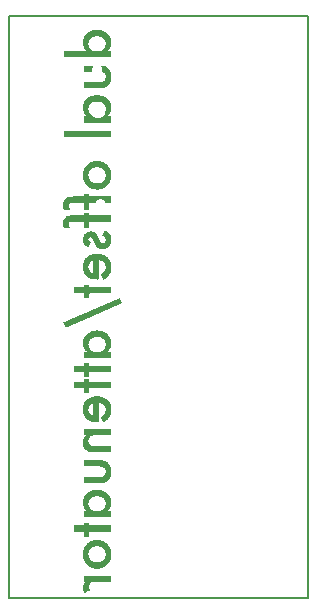
<source format=gbo>
G04 MADE WITH FRITZING*
G04 WWW.FRITZING.ORG*
G04 DOUBLE SIDED*
G04 HOLES PLATED*
G04 CONTOUR ON CENTER OF CONTOUR VECTOR*
%ASAXBY*%
%FSLAX23Y23*%
%MOIN*%
%OFA0B0*%
%SFA1.0B1.0*%
%ADD10R,1.003937X1.948820X0.987937X1.932820*%
%ADD11C,0.008000*%
%ADD12R,0.001000X0.001000*%
%LNSILK0*%
G90*
G70*
G54D11*
X4Y1945D02*
X1000Y1945D01*
X1000Y4D01*
X4Y4D01*
X4Y1945D01*
D02*
G54D12*
X296Y1898D02*
X300Y1898D01*
X287Y1897D02*
X309Y1897D01*
X283Y1896D02*
X314Y1896D01*
X280Y1895D02*
X317Y1895D01*
X278Y1894D02*
X319Y1894D01*
X275Y1893D02*
X322Y1893D01*
X274Y1892D02*
X323Y1892D01*
X272Y1891D02*
X325Y1891D01*
X270Y1890D02*
X327Y1890D01*
X269Y1889D02*
X328Y1889D01*
X268Y1888D02*
X330Y1888D01*
X266Y1887D02*
X331Y1887D01*
X265Y1886D02*
X332Y1886D01*
X264Y1885D02*
X333Y1885D01*
X263Y1884D02*
X334Y1884D01*
X262Y1883D02*
X335Y1883D01*
X261Y1882D02*
X336Y1882D01*
X260Y1881D02*
X337Y1881D01*
X260Y1880D02*
X338Y1880D01*
X259Y1879D02*
X338Y1879D01*
X258Y1878D02*
X339Y1878D01*
X257Y1877D02*
X340Y1877D01*
X257Y1876D02*
X290Y1876D01*
X307Y1876D02*
X340Y1876D01*
X256Y1875D02*
X286Y1875D01*
X311Y1875D02*
X341Y1875D01*
X256Y1874D02*
X284Y1874D01*
X313Y1874D02*
X341Y1874D01*
X255Y1873D02*
X282Y1873D01*
X315Y1873D02*
X342Y1873D01*
X255Y1872D02*
X281Y1872D01*
X317Y1872D02*
X342Y1872D01*
X254Y1871D02*
X279Y1871D01*
X318Y1871D02*
X343Y1871D01*
X254Y1870D02*
X278Y1870D01*
X320Y1870D02*
X343Y1870D01*
X254Y1869D02*
X277Y1869D01*
X321Y1869D02*
X343Y1869D01*
X253Y1868D02*
X276Y1868D01*
X322Y1868D02*
X344Y1868D01*
X253Y1867D02*
X275Y1867D01*
X323Y1867D02*
X344Y1867D01*
X253Y1866D02*
X274Y1866D01*
X323Y1866D02*
X344Y1866D01*
X253Y1865D02*
X273Y1865D01*
X324Y1865D02*
X345Y1865D01*
X252Y1864D02*
X273Y1864D01*
X325Y1864D02*
X345Y1864D01*
X252Y1863D02*
X272Y1863D01*
X325Y1863D02*
X345Y1863D01*
X252Y1862D02*
X272Y1862D01*
X326Y1862D02*
X345Y1862D01*
X252Y1861D02*
X271Y1861D01*
X326Y1861D02*
X345Y1861D01*
X252Y1860D02*
X271Y1860D01*
X327Y1860D02*
X345Y1860D01*
X252Y1859D02*
X270Y1859D01*
X327Y1859D02*
X345Y1859D01*
X252Y1858D02*
X270Y1858D01*
X327Y1858D02*
X345Y1858D01*
X252Y1857D02*
X270Y1857D01*
X328Y1857D02*
X346Y1857D01*
X252Y1856D02*
X270Y1856D01*
X328Y1856D02*
X346Y1856D01*
X252Y1855D02*
X270Y1855D01*
X328Y1855D02*
X346Y1855D01*
X252Y1854D02*
X269Y1854D01*
X328Y1854D02*
X346Y1854D01*
X252Y1853D02*
X269Y1853D01*
X328Y1853D02*
X345Y1853D01*
X252Y1852D02*
X269Y1852D01*
X328Y1852D02*
X345Y1852D01*
X252Y1851D02*
X269Y1851D01*
X328Y1851D02*
X345Y1851D01*
X252Y1850D02*
X269Y1850D01*
X328Y1850D02*
X345Y1850D01*
X252Y1849D02*
X269Y1849D01*
X328Y1849D02*
X345Y1849D01*
X252Y1848D02*
X270Y1848D01*
X328Y1848D02*
X345Y1848D01*
X253Y1847D02*
X270Y1847D01*
X328Y1847D02*
X345Y1847D01*
X253Y1846D02*
X270Y1846D01*
X327Y1846D02*
X344Y1846D01*
X253Y1845D02*
X270Y1845D01*
X327Y1845D02*
X344Y1845D01*
X253Y1844D02*
X270Y1844D01*
X327Y1844D02*
X344Y1844D01*
X254Y1843D02*
X271Y1843D01*
X327Y1843D02*
X343Y1843D01*
X254Y1842D02*
X271Y1842D01*
X326Y1842D02*
X343Y1842D01*
X255Y1841D02*
X272Y1841D01*
X326Y1841D02*
X343Y1841D01*
X255Y1840D02*
X272Y1840D01*
X325Y1840D02*
X342Y1840D01*
X256Y1839D02*
X273Y1839D01*
X325Y1839D02*
X342Y1839D01*
X256Y1838D02*
X273Y1838D01*
X324Y1838D02*
X341Y1838D01*
X257Y1837D02*
X274Y1837D01*
X323Y1837D02*
X341Y1837D01*
X257Y1836D02*
X275Y1836D01*
X323Y1836D02*
X340Y1836D01*
X258Y1835D02*
X276Y1835D01*
X322Y1835D02*
X340Y1835D01*
X259Y1834D02*
X277Y1834D01*
X321Y1834D02*
X339Y1834D01*
X260Y1833D02*
X278Y1833D01*
X320Y1833D02*
X338Y1833D01*
X260Y1832D02*
X279Y1832D01*
X318Y1832D02*
X337Y1832D01*
X261Y1831D02*
X280Y1831D01*
X317Y1831D02*
X337Y1831D01*
X262Y1830D02*
X282Y1830D01*
X315Y1830D02*
X336Y1830D01*
X263Y1829D02*
X284Y1829D01*
X313Y1829D02*
X335Y1829D01*
X264Y1828D02*
X287Y1828D01*
X311Y1828D02*
X334Y1828D01*
X188Y1827D02*
X290Y1827D01*
X307Y1827D02*
X343Y1827D01*
X188Y1826D02*
X343Y1826D01*
X188Y1825D02*
X343Y1825D01*
X188Y1824D02*
X343Y1824D01*
X188Y1823D02*
X343Y1823D01*
X188Y1822D02*
X343Y1822D01*
X188Y1821D02*
X343Y1821D01*
X188Y1820D02*
X343Y1820D01*
X188Y1819D02*
X343Y1819D01*
X188Y1818D02*
X343Y1818D01*
X188Y1817D02*
X343Y1817D01*
X188Y1816D02*
X343Y1816D01*
X188Y1815D02*
X343Y1815D01*
X188Y1814D02*
X343Y1814D01*
X188Y1813D02*
X343Y1813D01*
X188Y1812D02*
X343Y1812D01*
X188Y1811D02*
X343Y1811D01*
X188Y1810D02*
X343Y1810D01*
X188Y1809D02*
X343Y1809D01*
X188Y1808D02*
X343Y1808D01*
X188Y1807D02*
X343Y1807D01*
X254Y1779D02*
X288Y1779D01*
X308Y1779D02*
X318Y1779D01*
X254Y1778D02*
X287Y1778D01*
X310Y1778D02*
X322Y1778D01*
X254Y1777D02*
X286Y1777D01*
X311Y1777D02*
X325Y1777D01*
X254Y1776D02*
X285Y1776D01*
X312Y1776D02*
X327Y1776D01*
X254Y1775D02*
X284Y1775D01*
X312Y1775D02*
X328Y1775D01*
X254Y1774D02*
X284Y1774D01*
X313Y1774D02*
X330Y1774D01*
X254Y1773D02*
X283Y1773D01*
X314Y1773D02*
X331Y1773D01*
X254Y1772D02*
X282Y1772D01*
X314Y1772D02*
X333Y1772D01*
X254Y1771D02*
X282Y1771D01*
X314Y1771D02*
X334Y1771D01*
X254Y1770D02*
X282Y1770D01*
X315Y1770D02*
X335Y1770D01*
X254Y1769D02*
X281Y1769D01*
X315Y1769D02*
X336Y1769D01*
X254Y1768D02*
X281Y1768D01*
X315Y1768D02*
X337Y1768D01*
X254Y1767D02*
X281Y1767D01*
X315Y1767D02*
X337Y1767D01*
X254Y1766D02*
X281Y1766D01*
X315Y1766D02*
X338Y1766D01*
X254Y1765D02*
X281Y1765D01*
X315Y1765D02*
X339Y1765D01*
X254Y1764D02*
X281Y1764D01*
X315Y1764D02*
X340Y1764D01*
X254Y1763D02*
X281Y1763D01*
X315Y1763D02*
X340Y1763D01*
X254Y1762D02*
X281Y1762D01*
X315Y1762D02*
X341Y1762D01*
X254Y1761D02*
X282Y1761D01*
X315Y1761D02*
X341Y1761D01*
X254Y1760D02*
X282Y1760D01*
X314Y1760D02*
X342Y1760D01*
X314Y1759D02*
X342Y1759D01*
X316Y1758D02*
X343Y1758D01*
X318Y1757D02*
X343Y1757D01*
X320Y1756D02*
X343Y1756D01*
X322Y1755D02*
X344Y1755D01*
X323Y1754D02*
X344Y1754D01*
X324Y1753D02*
X344Y1753D01*
X325Y1752D02*
X344Y1752D01*
X326Y1751D02*
X345Y1751D01*
X326Y1750D02*
X345Y1750D01*
X327Y1749D02*
X345Y1749D01*
X327Y1748D02*
X345Y1748D01*
X327Y1747D02*
X345Y1747D01*
X328Y1746D02*
X345Y1746D01*
X328Y1745D02*
X345Y1745D01*
X328Y1744D02*
X346Y1744D01*
X328Y1743D02*
X346Y1743D01*
X328Y1742D02*
X346Y1742D01*
X328Y1741D02*
X346Y1741D01*
X328Y1740D02*
X346Y1740D01*
X328Y1739D02*
X346Y1739D01*
X328Y1738D02*
X345Y1738D01*
X328Y1737D02*
X345Y1737D01*
X327Y1736D02*
X345Y1736D01*
X327Y1735D02*
X345Y1735D01*
X327Y1734D02*
X345Y1734D01*
X326Y1733D02*
X345Y1733D01*
X326Y1732D02*
X345Y1732D01*
X325Y1731D02*
X344Y1731D01*
X324Y1730D02*
X344Y1730D01*
X323Y1729D02*
X344Y1729D01*
X322Y1728D02*
X344Y1728D01*
X320Y1727D02*
X343Y1727D01*
X318Y1726D02*
X343Y1726D01*
X316Y1725D02*
X343Y1725D01*
X308Y1724D02*
X342Y1724D01*
X254Y1723D02*
X342Y1723D01*
X254Y1722D02*
X341Y1722D01*
X254Y1721D02*
X341Y1721D01*
X254Y1720D02*
X340Y1720D01*
X254Y1719D02*
X340Y1719D01*
X254Y1718D02*
X339Y1718D01*
X254Y1717D02*
X338Y1717D01*
X254Y1716D02*
X337Y1716D01*
X254Y1715D02*
X337Y1715D01*
X254Y1714D02*
X336Y1714D01*
X254Y1713D02*
X335Y1713D01*
X254Y1712D02*
X334Y1712D01*
X254Y1711D02*
X333Y1711D01*
X254Y1710D02*
X331Y1710D01*
X254Y1709D02*
X330Y1709D01*
X254Y1708D02*
X328Y1708D01*
X254Y1707D02*
X327Y1707D01*
X254Y1706D02*
X324Y1706D01*
X254Y1705D02*
X321Y1705D01*
X254Y1704D02*
X317Y1704D01*
X297Y1681D02*
X299Y1681D01*
X288Y1680D02*
X309Y1680D01*
X283Y1679D02*
X313Y1679D01*
X280Y1678D02*
X317Y1678D01*
X278Y1677D02*
X319Y1677D01*
X275Y1676D02*
X321Y1676D01*
X274Y1675D02*
X323Y1675D01*
X272Y1674D02*
X325Y1674D01*
X270Y1673D02*
X327Y1673D01*
X269Y1672D02*
X328Y1672D01*
X268Y1671D02*
X330Y1671D01*
X266Y1670D02*
X331Y1670D01*
X265Y1669D02*
X332Y1669D01*
X264Y1668D02*
X333Y1668D01*
X263Y1667D02*
X334Y1667D01*
X262Y1666D02*
X335Y1666D01*
X261Y1665D02*
X336Y1665D01*
X260Y1664D02*
X337Y1664D01*
X260Y1663D02*
X338Y1663D01*
X259Y1662D02*
X338Y1662D01*
X258Y1661D02*
X339Y1661D01*
X257Y1660D02*
X340Y1660D01*
X257Y1659D02*
X290Y1659D01*
X307Y1659D02*
X340Y1659D01*
X256Y1658D02*
X287Y1658D01*
X311Y1658D02*
X341Y1658D01*
X256Y1657D02*
X284Y1657D01*
X313Y1657D02*
X341Y1657D01*
X255Y1656D02*
X282Y1656D01*
X315Y1656D02*
X342Y1656D01*
X255Y1655D02*
X281Y1655D01*
X317Y1655D02*
X342Y1655D01*
X254Y1654D02*
X279Y1654D01*
X318Y1654D02*
X343Y1654D01*
X254Y1653D02*
X278Y1653D01*
X320Y1653D02*
X343Y1653D01*
X254Y1652D02*
X277Y1652D01*
X321Y1652D02*
X343Y1652D01*
X253Y1651D02*
X276Y1651D01*
X322Y1651D02*
X344Y1651D01*
X253Y1650D02*
X275Y1650D01*
X323Y1650D02*
X344Y1650D01*
X253Y1649D02*
X274Y1649D01*
X323Y1649D02*
X344Y1649D01*
X253Y1648D02*
X273Y1648D01*
X324Y1648D02*
X345Y1648D01*
X252Y1647D02*
X273Y1647D01*
X325Y1647D02*
X345Y1647D01*
X252Y1646D02*
X272Y1646D01*
X325Y1646D02*
X345Y1646D01*
X252Y1645D02*
X272Y1645D01*
X326Y1645D02*
X345Y1645D01*
X252Y1644D02*
X271Y1644D01*
X326Y1644D02*
X345Y1644D01*
X252Y1643D02*
X271Y1643D01*
X327Y1643D02*
X345Y1643D01*
X252Y1642D02*
X270Y1642D01*
X327Y1642D02*
X345Y1642D01*
X252Y1641D02*
X270Y1641D01*
X327Y1641D02*
X345Y1641D01*
X252Y1640D02*
X270Y1640D01*
X328Y1640D02*
X346Y1640D01*
X252Y1639D02*
X270Y1639D01*
X328Y1639D02*
X346Y1639D01*
X252Y1638D02*
X270Y1638D01*
X328Y1638D02*
X346Y1638D01*
X252Y1637D02*
X269Y1637D01*
X328Y1637D02*
X346Y1637D01*
X252Y1636D02*
X269Y1636D01*
X328Y1636D02*
X346Y1636D01*
X252Y1635D02*
X269Y1635D01*
X328Y1635D02*
X345Y1635D01*
X252Y1634D02*
X269Y1634D01*
X328Y1634D02*
X345Y1634D01*
X252Y1633D02*
X269Y1633D01*
X328Y1633D02*
X345Y1633D01*
X252Y1632D02*
X269Y1632D01*
X328Y1632D02*
X345Y1632D01*
X252Y1631D02*
X270Y1631D01*
X328Y1631D02*
X345Y1631D01*
X253Y1630D02*
X270Y1630D01*
X328Y1630D02*
X345Y1630D01*
X253Y1629D02*
X270Y1629D01*
X327Y1629D02*
X344Y1629D01*
X253Y1628D02*
X270Y1628D01*
X327Y1628D02*
X344Y1628D01*
X253Y1627D02*
X270Y1627D01*
X327Y1627D02*
X344Y1627D01*
X254Y1626D02*
X271Y1626D01*
X327Y1626D02*
X343Y1626D01*
X254Y1625D02*
X271Y1625D01*
X327Y1625D02*
X343Y1625D01*
X255Y1624D02*
X272Y1624D01*
X327Y1624D02*
X343Y1624D01*
X255Y1623D02*
X272Y1623D01*
X327Y1623D02*
X342Y1623D01*
X256Y1622D02*
X273Y1622D01*
X327Y1622D02*
X342Y1622D01*
X256Y1621D02*
X273Y1621D01*
X326Y1621D02*
X341Y1621D01*
X257Y1620D02*
X274Y1620D01*
X326Y1620D02*
X341Y1620D01*
X257Y1619D02*
X275Y1619D01*
X326Y1619D02*
X340Y1619D01*
X258Y1618D02*
X276Y1618D01*
X325Y1618D02*
X339Y1618D01*
X259Y1617D02*
X277Y1617D01*
X325Y1617D02*
X339Y1617D01*
X260Y1616D02*
X278Y1616D01*
X324Y1616D02*
X338Y1616D01*
X260Y1615D02*
X279Y1615D01*
X324Y1615D02*
X337Y1615D01*
X261Y1614D02*
X280Y1614D01*
X323Y1614D02*
X337Y1614D01*
X262Y1613D02*
X282Y1613D01*
X322Y1613D02*
X336Y1613D01*
X263Y1612D02*
X283Y1612D01*
X321Y1612D02*
X335Y1612D01*
X264Y1611D02*
X284Y1611D01*
X321Y1611D02*
X334Y1611D01*
X254Y1610D02*
X285Y1610D01*
X320Y1610D02*
X343Y1610D01*
X254Y1609D02*
X286Y1609D01*
X318Y1609D02*
X343Y1609D01*
X254Y1608D02*
X288Y1608D01*
X317Y1608D02*
X343Y1608D01*
X254Y1607D02*
X289Y1607D01*
X315Y1607D02*
X343Y1607D01*
X254Y1606D02*
X291Y1606D01*
X313Y1606D02*
X343Y1606D01*
X254Y1605D02*
X294Y1605D01*
X311Y1605D02*
X343Y1605D01*
X254Y1604D02*
X297Y1604D01*
X308Y1604D02*
X343Y1604D01*
X254Y1603D02*
X343Y1603D01*
X254Y1602D02*
X343Y1602D01*
X254Y1601D02*
X343Y1601D01*
X254Y1600D02*
X343Y1600D01*
X254Y1599D02*
X343Y1599D01*
X254Y1598D02*
X343Y1598D01*
X254Y1597D02*
X343Y1597D01*
X254Y1596D02*
X343Y1596D01*
X254Y1595D02*
X343Y1595D01*
X254Y1594D02*
X343Y1594D01*
X254Y1593D02*
X343Y1593D01*
X254Y1592D02*
X343Y1592D01*
X254Y1591D02*
X343Y1591D01*
X254Y1590D02*
X343Y1590D01*
X188Y1562D02*
X343Y1562D01*
X188Y1561D02*
X343Y1561D01*
X188Y1560D02*
X343Y1560D01*
X188Y1559D02*
X343Y1559D01*
X188Y1558D02*
X343Y1558D01*
X188Y1557D02*
X343Y1557D01*
X188Y1556D02*
X343Y1556D01*
X188Y1555D02*
X343Y1555D01*
X188Y1554D02*
X343Y1554D01*
X188Y1553D02*
X343Y1553D01*
X188Y1552D02*
X343Y1552D01*
X188Y1551D02*
X343Y1551D01*
X188Y1550D02*
X343Y1550D01*
X188Y1549D02*
X343Y1549D01*
X188Y1548D02*
X343Y1548D01*
X188Y1547D02*
X343Y1547D01*
X188Y1546D02*
X343Y1546D01*
X188Y1545D02*
X343Y1545D01*
X188Y1544D02*
X343Y1544D01*
X188Y1543D02*
X343Y1543D01*
X290Y1461D02*
X307Y1461D01*
X285Y1460D02*
X311Y1460D01*
X282Y1459D02*
X314Y1459D01*
X280Y1458D02*
X317Y1458D01*
X278Y1457D02*
X319Y1457D01*
X276Y1456D02*
X321Y1456D01*
X274Y1455D02*
X323Y1455D01*
X273Y1454D02*
X325Y1454D01*
X271Y1453D02*
X326Y1453D01*
X270Y1452D02*
X327Y1452D01*
X269Y1451D02*
X329Y1451D01*
X268Y1450D02*
X330Y1450D01*
X266Y1449D02*
X331Y1449D01*
X265Y1448D02*
X332Y1448D01*
X264Y1447D02*
X333Y1447D01*
X264Y1446D02*
X334Y1446D01*
X263Y1445D02*
X335Y1445D01*
X262Y1444D02*
X335Y1444D01*
X261Y1443D02*
X336Y1443D01*
X260Y1442D02*
X337Y1442D01*
X260Y1441D02*
X338Y1441D01*
X259Y1440D02*
X291Y1440D01*
X306Y1440D02*
X338Y1440D01*
X258Y1439D02*
X287Y1439D01*
X310Y1439D02*
X339Y1439D01*
X258Y1438D02*
X285Y1438D01*
X313Y1438D02*
X340Y1438D01*
X257Y1437D02*
X283Y1437D01*
X315Y1437D02*
X340Y1437D01*
X257Y1436D02*
X281Y1436D01*
X317Y1436D02*
X341Y1436D01*
X256Y1435D02*
X279Y1435D01*
X318Y1435D02*
X341Y1435D01*
X256Y1434D02*
X278Y1434D01*
X319Y1434D02*
X342Y1434D01*
X255Y1433D02*
X277Y1433D01*
X320Y1433D02*
X342Y1433D01*
X255Y1432D02*
X276Y1432D01*
X321Y1432D02*
X342Y1432D01*
X254Y1431D02*
X275Y1431D01*
X322Y1431D02*
X343Y1431D01*
X254Y1430D02*
X274Y1430D01*
X323Y1430D02*
X343Y1430D01*
X254Y1429D02*
X274Y1429D01*
X324Y1429D02*
X343Y1429D01*
X253Y1428D02*
X273Y1428D01*
X324Y1428D02*
X344Y1428D01*
X253Y1427D02*
X272Y1427D01*
X325Y1427D02*
X344Y1427D01*
X253Y1426D02*
X272Y1426D01*
X325Y1426D02*
X344Y1426D01*
X253Y1425D02*
X271Y1425D01*
X326Y1425D02*
X344Y1425D01*
X253Y1424D02*
X271Y1424D01*
X326Y1424D02*
X345Y1424D01*
X252Y1423D02*
X271Y1423D01*
X327Y1423D02*
X345Y1423D01*
X252Y1422D02*
X270Y1422D01*
X327Y1422D02*
X345Y1422D01*
X252Y1421D02*
X270Y1421D01*
X327Y1421D02*
X345Y1421D01*
X252Y1420D02*
X270Y1420D01*
X327Y1420D02*
X345Y1420D01*
X252Y1419D02*
X270Y1419D01*
X328Y1419D02*
X345Y1419D01*
X252Y1418D02*
X270Y1418D01*
X328Y1418D02*
X345Y1418D01*
X252Y1417D02*
X269Y1417D01*
X328Y1417D02*
X345Y1417D01*
X252Y1416D02*
X269Y1416D01*
X328Y1416D02*
X346Y1416D01*
X252Y1415D02*
X269Y1415D01*
X328Y1415D02*
X346Y1415D01*
X252Y1414D02*
X269Y1414D01*
X328Y1414D02*
X346Y1414D01*
X252Y1413D02*
X269Y1413D01*
X328Y1413D02*
X346Y1413D01*
X252Y1412D02*
X269Y1412D01*
X328Y1412D02*
X346Y1412D01*
X252Y1411D02*
X269Y1411D01*
X328Y1411D02*
X345Y1411D01*
X252Y1410D02*
X270Y1410D01*
X328Y1410D02*
X345Y1410D01*
X252Y1409D02*
X270Y1409D01*
X328Y1409D02*
X345Y1409D01*
X252Y1408D02*
X270Y1408D01*
X328Y1408D02*
X345Y1408D01*
X252Y1407D02*
X270Y1407D01*
X327Y1407D02*
X345Y1407D01*
X252Y1406D02*
X270Y1406D01*
X327Y1406D02*
X345Y1406D01*
X252Y1405D02*
X271Y1405D01*
X327Y1405D02*
X345Y1405D01*
X252Y1404D02*
X271Y1404D01*
X326Y1404D02*
X345Y1404D01*
X253Y1403D02*
X271Y1403D01*
X326Y1403D02*
X344Y1403D01*
X253Y1402D02*
X272Y1402D01*
X326Y1402D02*
X344Y1402D01*
X253Y1401D02*
X272Y1401D01*
X325Y1401D02*
X344Y1401D01*
X253Y1400D02*
X273Y1400D01*
X325Y1400D02*
X344Y1400D01*
X254Y1399D02*
X273Y1399D01*
X324Y1399D02*
X343Y1399D01*
X254Y1398D02*
X274Y1398D01*
X323Y1398D02*
X343Y1398D01*
X254Y1397D02*
X275Y1397D01*
X323Y1397D02*
X343Y1397D01*
X255Y1396D02*
X276Y1396D01*
X322Y1396D02*
X342Y1396D01*
X255Y1395D02*
X277Y1395D01*
X321Y1395D02*
X342Y1395D01*
X256Y1394D02*
X278Y1394D01*
X320Y1394D02*
X342Y1394D01*
X256Y1393D02*
X279Y1393D01*
X319Y1393D02*
X341Y1393D01*
X256Y1392D02*
X280Y1392D01*
X317Y1392D02*
X341Y1392D01*
X257Y1391D02*
X282Y1391D01*
X316Y1391D02*
X340Y1391D01*
X258Y1390D02*
X284Y1390D01*
X314Y1390D02*
X340Y1390D01*
X258Y1389D02*
X286Y1389D01*
X311Y1389D02*
X339Y1389D01*
X259Y1388D02*
X289Y1388D01*
X308Y1388D02*
X338Y1388D01*
X259Y1387D02*
X338Y1387D01*
X260Y1386D02*
X337Y1386D01*
X261Y1385D02*
X336Y1385D01*
X261Y1384D02*
X336Y1384D01*
X262Y1383D02*
X335Y1383D01*
X263Y1382D02*
X334Y1382D01*
X264Y1381D02*
X333Y1381D01*
X265Y1380D02*
X332Y1380D01*
X266Y1379D02*
X331Y1379D01*
X267Y1378D02*
X330Y1378D01*
X268Y1377D02*
X329Y1377D01*
X269Y1376D02*
X328Y1376D01*
X271Y1375D02*
X327Y1375D01*
X272Y1374D02*
X325Y1374D01*
X273Y1373D02*
X324Y1373D01*
X275Y1372D02*
X322Y1372D01*
X277Y1371D02*
X320Y1371D01*
X279Y1370D02*
X318Y1370D01*
X281Y1369D02*
X316Y1369D01*
X284Y1368D02*
X313Y1368D01*
X288Y1367D02*
X309Y1367D01*
X294Y1366D02*
X303Y1366D01*
X254Y1350D02*
X272Y1350D01*
X254Y1349D02*
X272Y1349D01*
X254Y1348D02*
X272Y1348D01*
X254Y1347D02*
X272Y1347D01*
X254Y1346D02*
X272Y1346D01*
X254Y1345D02*
X272Y1345D01*
X254Y1344D02*
X272Y1344D01*
X220Y1343D02*
X343Y1343D01*
X207Y1342D02*
X343Y1342D01*
X203Y1341D02*
X343Y1341D01*
X200Y1340D02*
X343Y1340D01*
X198Y1339D02*
X343Y1339D01*
X197Y1338D02*
X343Y1338D01*
X195Y1337D02*
X343Y1337D01*
X194Y1336D02*
X343Y1336D01*
X193Y1335D02*
X343Y1335D01*
X192Y1334D02*
X343Y1334D01*
X191Y1333D02*
X306Y1333D01*
X314Y1333D02*
X343Y1333D01*
X191Y1332D02*
X303Y1332D01*
X317Y1332D02*
X343Y1332D01*
X190Y1331D02*
X301Y1331D01*
X319Y1331D02*
X343Y1331D01*
X189Y1330D02*
X299Y1330D01*
X321Y1330D02*
X343Y1330D01*
X189Y1329D02*
X298Y1329D01*
X322Y1329D02*
X343Y1329D01*
X188Y1328D02*
X297Y1328D01*
X323Y1328D02*
X343Y1328D01*
X188Y1327D02*
X296Y1327D01*
X324Y1327D02*
X343Y1327D01*
X188Y1326D02*
X296Y1326D01*
X324Y1326D02*
X343Y1326D01*
X187Y1325D02*
X295Y1325D01*
X325Y1325D02*
X343Y1325D01*
X187Y1324D02*
X295Y1324D01*
X326Y1324D02*
X343Y1324D01*
X187Y1323D02*
X294Y1323D01*
X326Y1323D02*
X343Y1323D01*
X186Y1322D02*
X218Y1322D01*
X254Y1322D02*
X273Y1322D01*
X186Y1321D02*
X211Y1321D01*
X254Y1321D02*
X272Y1321D01*
X186Y1320D02*
X208Y1320D01*
X254Y1320D02*
X272Y1320D01*
X186Y1319D02*
X207Y1319D01*
X254Y1319D02*
X272Y1319D01*
X186Y1318D02*
X206Y1318D01*
X254Y1318D02*
X272Y1318D01*
X186Y1317D02*
X205Y1317D01*
X254Y1317D02*
X272Y1317D01*
X186Y1316D02*
X205Y1316D01*
X254Y1316D02*
X272Y1316D01*
X186Y1315D02*
X205Y1315D01*
X254Y1315D02*
X272Y1315D01*
X186Y1314D02*
X205Y1314D01*
X254Y1314D02*
X272Y1314D01*
X186Y1313D02*
X204Y1313D01*
X254Y1313D02*
X272Y1313D01*
X186Y1312D02*
X204Y1312D01*
X254Y1312D02*
X272Y1312D01*
X186Y1311D02*
X205Y1311D01*
X254Y1311D02*
X272Y1311D01*
X186Y1310D02*
X205Y1310D01*
X254Y1310D02*
X272Y1310D01*
X186Y1309D02*
X205Y1309D01*
X254Y1309D02*
X272Y1309D01*
X186Y1308D02*
X205Y1308D01*
X254Y1308D02*
X272Y1308D01*
X186Y1307D02*
X206Y1307D01*
X254Y1307D02*
X272Y1307D01*
X187Y1306D02*
X206Y1306D01*
X254Y1306D02*
X272Y1306D01*
X187Y1305D02*
X206Y1305D01*
X254Y1305D02*
X272Y1305D01*
X187Y1304D02*
X207Y1304D01*
X254Y1304D02*
X272Y1304D01*
X187Y1303D02*
X207Y1303D01*
X254Y1303D02*
X272Y1303D01*
X188Y1302D02*
X208Y1302D01*
X254Y1302D02*
X272Y1302D01*
X188Y1301D02*
X208Y1301D01*
X254Y1301D02*
X272Y1301D01*
X189Y1300D02*
X209Y1300D01*
X254Y1300D02*
X272Y1300D01*
X254Y1287D02*
X272Y1287D01*
X254Y1286D02*
X272Y1286D01*
X254Y1285D02*
X272Y1285D01*
X254Y1284D02*
X272Y1284D01*
X254Y1283D02*
X272Y1283D01*
X254Y1282D02*
X272Y1282D01*
X254Y1281D02*
X272Y1281D01*
X210Y1280D02*
X343Y1280D01*
X205Y1279D02*
X343Y1279D01*
X201Y1278D02*
X343Y1278D01*
X199Y1277D02*
X343Y1277D01*
X197Y1276D02*
X343Y1276D01*
X196Y1275D02*
X343Y1275D01*
X195Y1274D02*
X343Y1274D01*
X194Y1273D02*
X343Y1273D01*
X193Y1272D02*
X343Y1272D01*
X192Y1271D02*
X343Y1271D01*
X191Y1270D02*
X343Y1270D01*
X190Y1269D02*
X343Y1269D01*
X190Y1268D02*
X343Y1268D01*
X189Y1267D02*
X343Y1267D01*
X189Y1266D02*
X343Y1266D01*
X188Y1265D02*
X343Y1265D01*
X188Y1264D02*
X343Y1264D01*
X187Y1263D02*
X343Y1263D01*
X187Y1262D02*
X343Y1262D01*
X187Y1261D02*
X343Y1261D01*
X186Y1260D02*
X343Y1260D01*
X186Y1259D02*
X213Y1259D01*
X254Y1259D02*
X272Y1259D01*
X186Y1258D02*
X209Y1258D01*
X254Y1258D02*
X272Y1258D01*
X186Y1257D02*
X207Y1257D01*
X254Y1257D02*
X272Y1257D01*
X186Y1256D02*
X206Y1256D01*
X254Y1256D02*
X272Y1256D01*
X186Y1255D02*
X206Y1255D01*
X254Y1255D02*
X272Y1255D01*
X186Y1254D02*
X205Y1254D01*
X254Y1254D02*
X272Y1254D01*
X186Y1253D02*
X205Y1253D01*
X254Y1253D02*
X272Y1253D01*
X186Y1252D02*
X205Y1252D01*
X254Y1252D02*
X272Y1252D01*
X185Y1251D02*
X205Y1251D01*
X254Y1251D02*
X272Y1251D01*
X186Y1250D02*
X204Y1250D01*
X254Y1250D02*
X272Y1250D01*
X186Y1249D02*
X205Y1249D01*
X254Y1249D02*
X272Y1249D01*
X186Y1248D02*
X205Y1248D01*
X254Y1248D02*
X272Y1248D01*
X186Y1247D02*
X205Y1247D01*
X254Y1247D02*
X272Y1247D01*
X186Y1246D02*
X205Y1246D01*
X254Y1246D02*
X272Y1246D01*
X186Y1245D02*
X205Y1245D01*
X254Y1245D02*
X272Y1245D01*
X186Y1244D02*
X206Y1244D01*
X254Y1244D02*
X272Y1244D01*
X187Y1243D02*
X206Y1243D01*
X254Y1243D02*
X272Y1243D01*
X187Y1242D02*
X207Y1242D01*
X254Y1242D02*
X272Y1242D01*
X187Y1241D02*
X207Y1241D01*
X254Y1241D02*
X272Y1241D01*
X188Y1240D02*
X207Y1240D01*
X254Y1240D02*
X272Y1240D01*
X188Y1239D02*
X208Y1239D01*
X254Y1239D02*
X272Y1239D01*
X188Y1238D02*
X208Y1238D01*
X254Y1238D02*
X272Y1238D01*
X189Y1237D02*
X208Y1237D01*
X255Y1237D02*
X272Y1237D01*
X324Y1230D02*
X326Y1230D01*
X324Y1229D02*
X328Y1229D01*
X323Y1228D02*
X329Y1228D01*
X323Y1227D02*
X331Y1227D01*
X274Y1226D02*
X282Y1226D01*
X322Y1226D02*
X332Y1226D01*
X270Y1225D02*
X286Y1225D01*
X322Y1225D02*
X334Y1225D01*
X267Y1224D02*
X288Y1224D01*
X321Y1224D02*
X335Y1224D01*
X265Y1223D02*
X290Y1223D01*
X321Y1223D02*
X336Y1223D01*
X264Y1222D02*
X292Y1222D01*
X320Y1222D02*
X337Y1222D01*
X262Y1221D02*
X293Y1221D01*
X320Y1221D02*
X338Y1221D01*
X261Y1220D02*
X294Y1220D01*
X319Y1220D02*
X339Y1220D01*
X260Y1219D02*
X295Y1219D01*
X319Y1219D02*
X340Y1219D01*
X259Y1218D02*
X295Y1218D01*
X318Y1218D02*
X340Y1218D01*
X258Y1217D02*
X296Y1217D01*
X318Y1217D02*
X341Y1217D01*
X257Y1216D02*
X297Y1216D01*
X318Y1216D02*
X341Y1216D01*
X257Y1215D02*
X298Y1215D01*
X317Y1215D02*
X342Y1215D01*
X256Y1214D02*
X298Y1214D01*
X317Y1214D02*
X343Y1214D01*
X255Y1213D02*
X299Y1213D01*
X317Y1213D02*
X343Y1213D01*
X255Y1212D02*
X299Y1212D01*
X318Y1212D02*
X343Y1212D01*
X254Y1211D02*
X300Y1211D01*
X320Y1211D02*
X344Y1211D01*
X254Y1210D02*
X300Y1210D01*
X322Y1210D02*
X344Y1210D01*
X253Y1209D02*
X301Y1209D01*
X323Y1209D02*
X344Y1209D01*
X253Y1208D02*
X301Y1208D01*
X324Y1208D02*
X345Y1208D01*
X253Y1207D02*
X302Y1207D01*
X325Y1207D02*
X345Y1207D01*
X252Y1206D02*
X273Y1206D01*
X280Y1206D02*
X302Y1206D01*
X326Y1206D02*
X345Y1206D01*
X252Y1205D02*
X271Y1205D01*
X281Y1205D02*
X303Y1205D01*
X326Y1205D02*
X345Y1205D01*
X252Y1204D02*
X271Y1204D01*
X282Y1204D02*
X303Y1204D01*
X327Y1204D02*
X345Y1204D01*
X252Y1203D02*
X270Y1203D01*
X283Y1203D02*
X304Y1203D01*
X327Y1203D02*
X345Y1203D01*
X252Y1202D02*
X270Y1202D01*
X283Y1202D02*
X304Y1202D01*
X328Y1202D02*
X345Y1202D01*
X252Y1201D02*
X269Y1201D01*
X284Y1201D02*
X305Y1201D01*
X328Y1201D02*
X345Y1201D01*
X252Y1200D02*
X269Y1200D01*
X285Y1200D02*
X305Y1200D01*
X328Y1200D02*
X346Y1200D01*
X252Y1199D02*
X269Y1199D01*
X285Y1199D02*
X306Y1199D01*
X328Y1199D02*
X346Y1199D01*
X252Y1198D02*
X269Y1198D01*
X286Y1198D02*
X306Y1198D01*
X328Y1198D02*
X346Y1198D01*
X252Y1197D02*
X270Y1197D01*
X286Y1197D02*
X307Y1197D01*
X328Y1197D02*
X346Y1197D01*
X252Y1196D02*
X270Y1196D01*
X287Y1196D02*
X307Y1196D01*
X328Y1196D02*
X345Y1196D01*
X252Y1195D02*
X271Y1195D01*
X287Y1195D02*
X308Y1195D01*
X328Y1195D02*
X345Y1195D01*
X252Y1194D02*
X272Y1194D01*
X288Y1194D02*
X309Y1194D01*
X327Y1194D02*
X345Y1194D01*
X252Y1193D02*
X273Y1193D01*
X288Y1193D02*
X309Y1193D01*
X327Y1193D02*
X345Y1193D01*
X252Y1192D02*
X274Y1192D01*
X288Y1192D02*
X310Y1192D01*
X327Y1192D02*
X345Y1192D01*
X252Y1191D02*
X276Y1191D01*
X289Y1191D02*
X311Y1191D01*
X326Y1191D02*
X345Y1191D01*
X253Y1190D02*
X277Y1190D01*
X289Y1190D02*
X312Y1190D01*
X325Y1190D02*
X345Y1190D01*
X253Y1189D02*
X277Y1189D01*
X290Y1189D02*
X314Y1189D01*
X323Y1189D02*
X344Y1189D01*
X254Y1188D02*
X277Y1188D01*
X290Y1188D02*
X344Y1188D01*
X254Y1187D02*
X276Y1187D01*
X291Y1187D02*
X344Y1187D01*
X254Y1186D02*
X275Y1186D01*
X291Y1186D02*
X343Y1186D01*
X255Y1185D02*
X275Y1185D01*
X292Y1185D02*
X343Y1185D01*
X256Y1184D02*
X274Y1184D01*
X292Y1184D02*
X342Y1184D01*
X256Y1183D02*
X274Y1183D01*
X293Y1183D02*
X342Y1183D01*
X257Y1182D02*
X273Y1182D01*
X293Y1182D02*
X341Y1182D01*
X258Y1181D02*
X273Y1181D01*
X294Y1181D02*
X341Y1181D01*
X259Y1180D02*
X272Y1180D01*
X295Y1180D02*
X340Y1180D01*
X260Y1179D02*
X272Y1179D01*
X295Y1179D02*
X339Y1179D01*
X261Y1178D02*
X271Y1178D01*
X296Y1178D02*
X339Y1178D01*
X262Y1177D02*
X271Y1177D01*
X297Y1177D02*
X338Y1177D01*
X264Y1176D02*
X270Y1176D01*
X297Y1176D02*
X337Y1176D01*
X265Y1175D02*
X270Y1175D01*
X298Y1175D02*
X336Y1175D01*
X267Y1174D02*
X269Y1174D01*
X299Y1174D02*
X335Y1174D01*
X300Y1173D02*
X334Y1173D01*
X301Y1172D02*
X332Y1172D01*
X302Y1171D02*
X331Y1171D01*
X304Y1170D02*
X329Y1170D01*
X306Y1169D02*
X327Y1169D01*
X308Y1168D02*
X324Y1168D01*
X314Y1167D02*
X319Y1167D01*
X293Y1152D02*
X304Y1152D01*
X286Y1151D02*
X311Y1151D01*
X282Y1150D02*
X315Y1150D01*
X279Y1149D02*
X318Y1149D01*
X276Y1148D02*
X321Y1148D01*
X274Y1147D02*
X323Y1147D01*
X272Y1146D02*
X325Y1146D01*
X271Y1145D02*
X326Y1145D01*
X269Y1144D02*
X328Y1144D01*
X268Y1143D02*
X329Y1143D01*
X266Y1142D02*
X330Y1142D01*
X265Y1141D02*
X332Y1141D01*
X264Y1140D02*
X333Y1140D01*
X263Y1139D02*
X334Y1139D01*
X262Y1138D02*
X335Y1138D01*
X261Y1137D02*
X336Y1137D01*
X260Y1136D02*
X336Y1136D01*
X260Y1135D02*
X337Y1135D01*
X259Y1134D02*
X338Y1134D01*
X258Y1133D02*
X339Y1133D01*
X258Y1132D02*
X339Y1132D01*
X257Y1131D02*
X340Y1131D01*
X256Y1130D02*
X303Y1130D01*
X308Y1130D02*
X340Y1130D01*
X256Y1129D02*
X285Y1129D01*
X287Y1129D02*
X303Y1129D01*
X312Y1129D02*
X341Y1129D01*
X255Y1128D02*
X282Y1128D01*
X287Y1128D02*
X303Y1128D01*
X315Y1128D02*
X341Y1128D01*
X255Y1127D02*
X280Y1127D01*
X287Y1127D02*
X303Y1127D01*
X316Y1127D02*
X342Y1127D01*
X255Y1126D02*
X279Y1126D01*
X287Y1126D02*
X303Y1126D01*
X318Y1126D02*
X342Y1126D01*
X254Y1125D02*
X277Y1125D01*
X287Y1125D02*
X303Y1125D01*
X320Y1125D02*
X343Y1125D01*
X254Y1124D02*
X276Y1124D01*
X287Y1124D02*
X303Y1124D01*
X321Y1124D02*
X343Y1124D01*
X254Y1123D02*
X275Y1123D01*
X287Y1123D02*
X303Y1123D01*
X322Y1123D02*
X343Y1123D01*
X253Y1122D02*
X274Y1122D01*
X287Y1122D02*
X303Y1122D01*
X323Y1122D02*
X344Y1122D01*
X253Y1121D02*
X273Y1121D01*
X287Y1121D02*
X303Y1121D01*
X324Y1121D02*
X344Y1121D01*
X253Y1120D02*
X273Y1120D01*
X287Y1120D02*
X303Y1120D01*
X324Y1120D02*
X344Y1120D01*
X253Y1119D02*
X272Y1119D01*
X287Y1119D02*
X303Y1119D01*
X325Y1119D02*
X344Y1119D01*
X252Y1118D02*
X272Y1118D01*
X287Y1118D02*
X303Y1118D01*
X325Y1118D02*
X345Y1118D01*
X252Y1117D02*
X271Y1117D01*
X287Y1117D02*
X303Y1117D01*
X326Y1117D02*
X345Y1117D01*
X252Y1116D02*
X271Y1116D01*
X287Y1116D02*
X303Y1116D01*
X326Y1116D02*
X345Y1116D01*
X252Y1115D02*
X270Y1115D01*
X287Y1115D02*
X303Y1115D01*
X327Y1115D02*
X345Y1115D01*
X252Y1114D02*
X270Y1114D01*
X287Y1114D02*
X303Y1114D01*
X327Y1114D02*
X345Y1114D01*
X252Y1113D02*
X270Y1113D01*
X287Y1113D02*
X303Y1113D01*
X327Y1113D02*
X345Y1113D01*
X252Y1112D02*
X270Y1112D01*
X287Y1112D02*
X303Y1112D01*
X328Y1112D02*
X345Y1112D01*
X252Y1111D02*
X269Y1111D01*
X287Y1111D02*
X303Y1111D01*
X328Y1111D02*
X345Y1111D01*
X252Y1110D02*
X269Y1110D01*
X287Y1110D02*
X303Y1110D01*
X328Y1110D02*
X345Y1110D01*
X252Y1109D02*
X269Y1109D01*
X287Y1109D02*
X303Y1109D01*
X328Y1109D02*
X346Y1109D01*
X252Y1108D02*
X269Y1108D01*
X287Y1108D02*
X303Y1108D01*
X328Y1108D02*
X346Y1108D01*
X252Y1107D02*
X269Y1107D01*
X287Y1107D02*
X303Y1107D01*
X328Y1107D02*
X346Y1107D01*
X252Y1106D02*
X269Y1106D01*
X287Y1106D02*
X303Y1106D01*
X328Y1106D02*
X346Y1106D01*
X252Y1105D02*
X270Y1105D01*
X287Y1105D02*
X303Y1105D01*
X328Y1105D02*
X345Y1105D01*
X252Y1104D02*
X270Y1104D01*
X287Y1104D02*
X303Y1104D01*
X328Y1104D02*
X345Y1104D01*
X252Y1103D02*
X270Y1103D01*
X287Y1103D02*
X303Y1103D01*
X328Y1103D02*
X345Y1103D01*
X252Y1102D02*
X270Y1102D01*
X287Y1102D02*
X303Y1102D01*
X328Y1102D02*
X345Y1102D01*
X252Y1101D02*
X270Y1101D01*
X287Y1101D02*
X303Y1101D01*
X327Y1101D02*
X345Y1101D01*
X252Y1100D02*
X271Y1100D01*
X287Y1100D02*
X303Y1100D01*
X327Y1100D02*
X345Y1100D01*
X252Y1099D02*
X271Y1099D01*
X287Y1099D02*
X303Y1099D01*
X327Y1099D02*
X345Y1099D01*
X253Y1098D02*
X271Y1098D01*
X287Y1098D02*
X303Y1098D01*
X326Y1098D02*
X345Y1098D01*
X253Y1097D02*
X272Y1097D01*
X287Y1097D02*
X303Y1097D01*
X326Y1097D02*
X345Y1097D01*
X253Y1096D02*
X273Y1096D01*
X287Y1096D02*
X303Y1096D01*
X325Y1096D02*
X344Y1096D01*
X253Y1095D02*
X273Y1095D01*
X287Y1095D02*
X303Y1095D01*
X325Y1095D02*
X344Y1095D01*
X254Y1094D02*
X274Y1094D01*
X287Y1094D02*
X303Y1094D01*
X324Y1094D02*
X344Y1094D01*
X254Y1093D02*
X275Y1093D01*
X287Y1093D02*
X303Y1093D01*
X323Y1093D02*
X344Y1093D01*
X254Y1092D02*
X276Y1092D01*
X287Y1092D02*
X303Y1092D01*
X322Y1092D02*
X343Y1092D01*
X255Y1091D02*
X278Y1091D01*
X287Y1091D02*
X303Y1091D01*
X321Y1091D02*
X343Y1091D01*
X255Y1090D02*
X279Y1090D01*
X287Y1090D02*
X303Y1090D01*
X320Y1090D02*
X343Y1090D01*
X256Y1089D02*
X281Y1089D01*
X287Y1089D02*
X303Y1089D01*
X319Y1089D02*
X342Y1089D01*
X256Y1088D02*
X284Y1088D01*
X287Y1088D02*
X303Y1088D01*
X318Y1088D02*
X342Y1088D01*
X257Y1087D02*
X303Y1087D01*
X317Y1087D02*
X341Y1087D01*
X257Y1086D02*
X303Y1086D01*
X315Y1086D02*
X341Y1086D01*
X258Y1085D02*
X303Y1085D01*
X314Y1085D02*
X340Y1085D01*
X258Y1084D02*
X303Y1084D01*
X312Y1084D02*
X340Y1084D01*
X259Y1083D02*
X303Y1083D01*
X311Y1083D02*
X339Y1083D01*
X260Y1082D02*
X303Y1082D01*
X311Y1082D02*
X338Y1082D01*
X261Y1081D02*
X303Y1081D01*
X312Y1081D02*
X338Y1081D01*
X262Y1080D02*
X303Y1080D01*
X312Y1080D02*
X337Y1080D01*
X263Y1079D02*
X303Y1079D01*
X313Y1079D02*
X336Y1079D01*
X264Y1078D02*
X303Y1078D01*
X313Y1078D02*
X335Y1078D01*
X265Y1077D02*
X303Y1077D01*
X314Y1077D02*
X334Y1077D01*
X266Y1076D02*
X303Y1076D01*
X314Y1076D02*
X333Y1076D01*
X267Y1075D02*
X303Y1075D01*
X315Y1075D02*
X332Y1075D01*
X269Y1074D02*
X303Y1074D01*
X316Y1074D02*
X332Y1074D01*
X270Y1073D02*
X303Y1073D01*
X316Y1073D02*
X330Y1073D01*
X272Y1072D02*
X303Y1072D01*
X317Y1072D02*
X329Y1072D01*
X274Y1071D02*
X303Y1071D01*
X317Y1071D02*
X328Y1071D01*
X276Y1070D02*
X303Y1070D01*
X318Y1070D02*
X327Y1070D01*
X279Y1069D02*
X303Y1069D01*
X318Y1069D02*
X325Y1069D01*
X282Y1068D02*
X303Y1068D01*
X319Y1068D02*
X324Y1068D01*
X287Y1067D02*
X303Y1067D01*
X319Y1067D02*
X322Y1067D01*
X298Y1066D02*
X300Y1066D01*
X320Y1066D02*
X321Y1066D01*
X254Y1049D02*
X272Y1049D01*
X254Y1048D02*
X272Y1048D01*
X254Y1047D02*
X272Y1047D01*
X254Y1046D02*
X272Y1046D01*
X254Y1045D02*
X272Y1045D01*
X254Y1044D02*
X272Y1044D01*
X254Y1043D02*
X272Y1043D01*
X254Y1042D02*
X272Y1042D01*
X254Y1041D02*
X273Y1041D01*
X221Y1040D02*
X343Y1040D01*
X221Y1039D02*
X343Y1039D01*
X221Y1038D02*
X343Y1038D01*
X221Y1037D02*
X343Y1037D01*
X221Y1036D02*
X343Y1036D01*
X221Y1035D02*
X343Y1035D01*
X221Y1034D02*
X343Y1034D01*
X221Y1033D02*
X343Y1033D01*
X221Y1032D02*
X343Y1032D01*
X221Y1031D02*
X343Y1031D01*
X221Y1030D02*
X343Y1030D01*
X221Y1029D02*
X343Y1029D01*
X221Y1028D02*
X343Y1028D01*
X221Y1027D02*
X343Y1027D01*
X221Y1026D02*
X343Y1026D01*
X221Y1025D02*
X343Y1025D01*
X221Y1024D02*
X343Y1024D01*
X221Y1023D02*
X343Y1023D01*
X221Y1022D02*
X343Y1022D01*
X221Y1021D02*
X343Y1021D01*
X254Y1020D02*
X273Y1020D01*
X254Y1019D02*
X272Y1019D01*
X254Y1018D02*
X272Y1018D01*
X254Y1017D02*
X272Y1017D01*
X254Y1016D02*
X272Y1016D01*
X254Y1015D02*
X272Y1015D01*
X254Y1014D02*
X272Y1014D01*
X254Y1013D02*
X272Y1013D01*
X254Y1012D02*
X272Y1012D01*
X254Y1011D02*
X272Y1011D01*
X254Y1010D02*
X272Y1010D01*
X254Y1009D02*
X272Y1009D01*
X254Y1008D02*
X272Y1008D01*
X254Y1007D02*
X272Y1007D01*
X254Y1006D02*
X272Y1006D01*
X254Y1005D02*
X272Y1005D01*
X254Y1004D02*
X272Y1004D01*
X372Y1003D02*
X375Y1003D01*
X370Y1002D02*
X375Y1002D01*
X368Y1001D02*
X376Y1001D01*
X366Y1000D02*
X376Y1000D01*
X363Y999D02*
X377Y999D01*
X361Y998D02*
X377Y998D01*
X359Y997D02*
X378Y997D01*
X356Y996D02*
X378Y996D01*
X354Y995D02*
X378Y995D01*
X352Y994D02*
X379Y994D01*
X349Y993D02*
X379Y993D01*
X347Y992D02*
X380Y992D01*
X345Y991D02*
X380Y991D01*
X342Y990D02*
X381Y990D01*
X340Y989D02*
X381Y989D01*
X338Y988D02*
X382Y988D01*
X335Y987D02*
X381Y987D01*
X333Y986D02*
X379Y986D01*
X331Y985D02*
X377Y985D01*
X328Y984D02*
X375Y984D01*
X326Y983D02*
X372Y983D01*
X324Y982D02*
X370Y982D01*
X322Y981D02*
X368Y981D01*
X319Y980D02*
X365Y980D01*
X317Y979D02*
X363Y979D01*
X315Y978D02*
X361Y978D01*
X312Y977D02*
X358Y977D01*
X310Y976D02*
X356Y976D01*
X308Y975D02*
X354Y975D01*
X305Y974D02*
X351Y974D01*
X303Y973D02*
X349Y973D01*
X301Y972D02*
X347Y972D01*
X298Y971D02*
X344Y971D01*
X296Y970D02*
X342Y970D01*
X294Y969D02*
X340Y969D01*
X291Y968D02*
X338Y968D01*
X289Y967D02*
X335Y967D01*
X287Y966D02*
X333Y966D01*
X284Y965D02*
X331Y965D01*
X282Y964D02*
X328Y964D01*
X280Y963D02*
X326Y963D01*
X277Y962D02*
X324Y962D01*
X275Y961D02*
X321Y961D01*
X273Y960D02*
X319Y960D01*
X271Y959D02*
X317Y959D01*
X268Y958D02*
X314Y958D01*
X266Y957D02*
X312Y957D01*
X264Y956D02*
X310Y956D01*
X261Y955D02*
X307Y955D01*
X259Y954D02*
X305Y954D01*
X257Y953D02*
X303Y953D01*
X254Y952D02*
X301Y952D01*
X252Y951D02*
X298Y951D01*
X250Y950D02*
X296Y950D01*
X247Y949D02*
X294Y949D01*
X245Y948D02*
X291Y948D01*
X243Y947D02*
X289Y947D01*
X240Y946D02*
X287Y946D01*
X238Y945D02*
X284Y945D01*
X236Y944D02*
X282Y944D01*
X233Y943D02*
X280Y943D01*
X231Y942D02*
X277Y942D01*
X229Y941D02*
X275Y941D01*
X227Y940D02*
X273Y940D01*
X224Y939D02*
X270Y939D01*
X222Y938D02*
X268Y938D01*
X220Y937D02*
X266Y937D01*
X217Y936D02*
X264Y936D01*
X215Y935D02*
X261Y935D01*
X213Y934D02*
X259Y934D01*
X210Y933D02*
X257Y933D01*
X208Y932D02*
X254Y932D01*
X206Y931D02*
X252Y931D01*
X203Y930D02*
X250Y930D01*
X201Y929D02*
X247Y929D01*
X199Y928D02*
X245Y928D01*
X196Y927D02*
X243Y927D01*
X194Y926D02*
X240Y926D01*
X192Y925D02*
X238Y925D01*
X189Y924D02*
X236Y924D01*
X187Y923D02*
X233Y923D01*
X187Y922D02*
X231Y922D01*
X187Y921D02*
X229Y921D01*
X188Y920D02*
X227Y920D01*
X188Y919D02*
X224Y919D01*
X188Y918D02*
X222Y918D01*
X189Y917D02*
X220Y917D01*
X189Y916D02*
X217Y916D01*
X190Y915D02*
X215Y915D01*
X190Y914D02*
X213Y914D01*
X191Y913D02*
X210Y913D01*
X191Y912D02*
X208Y912D01*
X192Y911D02*
X206Y911D01*
X192Y910D02*
X203Y910D01*
X192Y909D02*
X201Y909D01*
X193Y908D02*
X199Y908D01*
X193Y907D02*
X196Y907D01*
X194Y906D02*
X194Y906D01*
X297Y896D02*
X300Y896D01*
X288Y895D02*
X309Y895D01*
X283Y894D02*
X313Y894D01*
X280Y893D02*
X317Y893D01*
X278Y892D02*
X319Y892D01*
X275Y891D02*
X321Y891D01*
X274Y890D02*
X323Y890D01*
X272Y889D02*
X325Y889D01*
X270Y888D02*
X327Y888D01*
X269Y887D02*
X328Y887D01*
X268Y886D02*
X330Y886D01*
X266Y885D02*
X331Y885D01*
X265Y884D02*
X332Y884D01*
X264Y883D02*
X333Y883D01*
X263Y882D02*
X334Y882D01*
X262Y881D02*
X335Y881D01*
X261Y880D02*
X336Y880D01*
X260Y879D02*
X337Y879D01*
X260Y878D02*
X338Y878D01*
X259Y877D02*
X338Y877D01*
X258Y876D02*
X339Y876D01*
X257Y875D02*
X340Y875D01*
X257Y874D02*
X290Y874D01*
X307Y874D02*
X340Y874D01*
X256Y873D02*
X287Y873D01*
X311Y873D02*
X341Y873D01*
X256Y872D02*
X284Y872D01*
X313Y872D02*
X341Y872D01*
X255Y871D02*
X282Y871D01*
X315Y871D02*
X342Y871D01*
X255Y870D02*
X281Y870D01*
X317Y870D02*
X342Y870D01*
X254Y869D02*
X279Y869D01*
X318Y869D02*
X343Y869D01*
X254Y868D02*
X278Y868D01*
X320Y868D02*
X343Y868D01*
X254Y867D02*
X277Y867D01*
X321Y867D02*
X343Y867D01*
X253Y866D02*
X276Y866D01*
X322Y866D02*
X344Y866D01*
X253Y865D02*
X275Y865D01*
X323Y865D02*
X344Y865D01*
X253Y864D02*
X274Y864D01*
X323Y864D02*
X344Y864D01*
X253Y863D02*
X273Y863D01*
X324Y863D02*
X345Y863D01*
X252Y862D02*
X273Y862D01*
X325Y862D02*
X345Y862D01*
X252Y861D02*
X272Y861D01*
X325Y861D02*
X345Y861D01*
X252Y860D02*
X272Y860D01*
X326Y860D02*
X345Y860D01*
X252Y859D02*
X271Y859D01*
X326Y859D02*
X345Y859D01*
X252Y858D02*
X271Y858D01*
X327Y858D02*
X345Y858D01*
X252Y857D02*
X270Y857D01*
X327Y857D02*
X345Y857D01*
X252Y856D02*
X270Y856D01*
X327Y856D02*
X345Y856D01*
X252Y855D02*
X270Y855D01*
X328Y855D02*
X346Y855D01*
X252Y854D02*
X270Y854D01*
X328Y854D02*
X346Y854D01*
X252Y853D02*
X270Y853D01*
X328Y853D02*
X346Y853D01*
X252Y852D02*
X269Y852D01*
X328Y852D02*
X346Y852D01*
X252Y851D02*
X269Y851D01*
X328Y851D02*
X346Y851D01*
X252Y850D02*
X269Y850D01*
X328Y850D02*
X345Y850D01*
X252Y849D02*
X269Y849D01*
X328Y849D02*
X345Y849D01*
X252Y848D02*
X269Y848D01*
X328Y848D02*
X345Y848D01*
X252Y847D02*
X269Y847D01*
X328Y847D02*
X345Y847D01*
X252Y846D02*
X270Y846D01*
X328Y846D02*
X345Y846D01*
X253Y845D02*
X270Y845D01*
X328Y845D02*
X345Y845D01*
X253Y844D02*
X270Y844D01*
X327Y844D02*
X344Y844D01*
X253Y843D02*
X270Y843D01*
X327Y843D02*
X344Y843D01*
X253Y842D02*
X270Y842D01*
X327Y842D02*
X344Y842D01*
X254Y841D02*
X271Y841D01*
X327Y841D02*
X343Y841D01*
X254Y840D02*
X271Y840D01*
X326Y840D02*
X343Y840D01*
X255Y839D02*
X272Y839D01*
X326Y839D02*
X343Y839D01*
X255Y838D02*
X272Y838D01*
X325Y838D02*
X342Y838D01*
X256Y837D02*
X273Y837D01*
X325Y837D02*
X342Y837D01*
X256Y836D02*
X273Y836D01*
X324Y836D02*
X341Y836D01*
X257Y835D02*
X274Y835D01*
X323Y835D02*
X341Y835D01*
X257Y834D02*
X275Y834D01*
X323Y834D02*
X340Y834D01*
X258Y833D02*
X276Y833D01*
X322Y833D02*
X339Y833D01*
X259Y832D02*
X277Y832D01*
X321Y832D02*
X339Y832D01*
X260Y831D02*
X278Y831D01*
X320Y831D02*
X338Y831D01*
X260Y830D02*
X279Y830D01*
X318Y830D02*
X337Y830D01*
X261Y829D02*
X280Y829D01*
X317Y829D02*
X337Y829D01*
X262Y828D02*
X282Y828D01*
X315Y828D02*
X336Y828D01*
X263Y827D02*
X284Y827D01*
X313Y827D02*
X335Y827D01*
X264Y826D02*
X286Y826D01*
X311Y826D02*
X334Y826D01*
X254Y825D02*
X290Y825D01*
X307Y825D02*
X343Y825D01*
X254Y824D02*
X343Y824D01*
X254Y823D02*
X343Y823D01*
X254Y822D02*
X343Y822D01*
X254Y821D02*
X343Y821D01*
X254Y820D02*
X343Y820D01*
X254Y819D02*
X343Y819D01*
X254Y818D02*
X343Y818D01*
X254Y817D02*
X343Y817D01*
X254Y816D02*
X343Y816D01*
X254Y815D02*
X343Y815D01*
X254Y814D02*
X343Y814D01*
X254Y813D02*
X343Y813D01*
X254Y812D02*
X343Y812D01*
X254Y811D02*
X343Y811D01*
X254Y810D02*
X343Y810D01*
X254Y809D02*
X343Y809D01*
X254Y808D02*
X343Y808D01*
X254Y807D02*
X343Y807D01*
X254Y806D02*
X343Y806D01*
X254Y805D02*
X343Y805D01*
X254Y786D02*
X272Y786D01*
X254Y785D02*
X272Y785D01*
X254Y784D02*
X272Y784D01*
X254Y783D02*
X272Y783D01*
X254Y782D02*
X272Y782D01*
X254Y781D02*
X272Y781D01*
X254Y780D02*
X272Y780D01*
X254Y779D02*
X272Y779D01*
X254Y778D02*
X272Y778D01*
X221Y777D02*
X343Y777D01*
X221Y776D02*
X343Y776D01*
X221Y775D02*
X343Y775D01*
X221Y774D02*
X343Y774D01*
X221Y773D02*
X343Y773D01*
X221Y772D02*
X343Y772D01*
X221Y771D02*
X343Y771D01*
X221Y770D02*
X343Y770D01*
X221Y769D02*
X343Y769D01*
X221Y768D02*
X343Y768D01*
X221Y767D02*
X343Y767D01*
X221Y766D02*
X343Y766D01*
X221Y765D02*
X343Y765D01*
X221Y764D02*
X343Y764D01*
X221Y763D02*
X343Y763D01*
X221Y762D02*
X343Y762D01*
X221Y761D02*
X343Y761D01*
X221Y760D02*
X343Y760D01*
X221Y759D02*
X343Y759D01*
X221Y758D02*
X343Y758D01*
X221Y757D02*
X343Y757D01*
X254Y756D02*
X272Y756D01*
X254Y755D02*
X272Y755D01*
X254Y754D02*
X272Y754D01*
X254Y753D02*
X272Y753D01*
X254Y752D02*
X272Y752D01*
X254Y751D02*
X272Y751D01*
X254Y750D02*
X272Y750D01*
X254Y749D02*
X272Y749D01*
X254Y748D02*
X272Y748D01*
X254Y747D02*
X272Y747D01*
X254Y746D02*
X272Y746D01*
X254Y745D02*
X272Y745D01*
X254Y744D02*
X272Y744D01*
X254Y743D02*
X272Y743D01*
X254Y742D02*
X272Y742D01*
X254Y741D02*
X272Y741D01*
X254Y734D02*
X272Y734D01*
X254Y733D02*
X272Y733D01*
X254Y732D02*
X272Y732D01*
X254Y731D02*
X272Y731D01*
X254Y730D02*
X272Y730D01*
X254Y729D02*
X272Y729D01*
X254Y728D02*
X272Y728D01*
X254Y727D02*
X272Y727D01*
X254Y726D02*
X272Y726D01*
X221Y725D02*
X343Y725D01*
X221Y724D02*
X343Y724D01*
X221Y723D02*
X343Y723D01*
X221Y722D02*
X343Y722D01*
X221Y721D02*
X343Y721D01*
X221Y720D02*
X343Y720D01*
X221Y719D02*
X343Y719D01*
X221Y718D02*
X343Y718D01*
X221Y717D02*
X343Y717D01*
X221Y716D02*
X343Y716D01*
X221Y715D02*
X343Y715D01*
X221Y714D02*
X343Y714D01*
X221Y713D02*
X343Y713D01*
X221Y712D02*
X343Y712D01*
X221Y711D02*
X343Y711D01*
X221Y710D02*
X343Y710D01*
X221Y709D02*
X343Y709D01*
X221Y708D02*
X343Y708D01*
X221Y707D02*
X343Y707D01*
X221Y706D02*
X343Y706D01*
X221Y705D02*
X343Y705D01*
X254Y704D02*
X272Y704D01*
X254Y703D02*
X272Y703D01*
X254Y702D02*
X272Y702D01*
X254Y701D02*
X272Y701D01*
X254Y700D02*
X272Y700D01*
X254Y699D02*
X272Y699D01*
X254Y698D02*
X272Y698D01*
X254Y697D02*
X272Y697D01*
X254Y696D02*
X272Y696D01*
X254Y695D02*
X272Y695D01*
X254Y694D02*
X272Y694D01*
X254Y693D02*
X272Y693D01*
X254Y692D02*
X272Y692D01*
X254Y691D02*
X272Y691D01*
X254Y690D02*
X272Y690D01*
X254Y689D02*
X272Y689D01*
X289Y676D02*
X309Y676D01*
X284Y675D02*
X313Y675D01*
X280Y674D02*
X317Y674D01*
X278Y673D02*
X319Y673D01*
X275Y672D02*
X322Y672D01*
X273Y671D02*
X324Y671D01*
X271Y670D02*
X325Y670D01*
X270Y669D02*
X327Y669D01*
X268Y668D02*
X328Y668D01*
X267Y667D02*
X330Y667D01*
X266Y666D02*
X331Y666D01*
X265Y665D02*
X332Y665D01*
X264Y664D02*
X333Y664D01*
X263Y663D02*
X334Y663D01*
X262Y662D02*
X335Y662D01*
X261Y661D02*
X336Y661D01*
X260Y660D02*
X337Y660D01*
X259Y659D02*
X338Y659D01*
X259Y658D02*
X338Y658D01*
X258Y657D02*
X339Y657D01*
X257Y656D02*
X340Y656D01*
X257Y655D02*
X340Y655D01*
X256Y654D02*
X303Y654D01*
X310Y654D02*
X341Y654D01*
X256Y653D02*
X284Y653D01*
X287Y653D02*
X303Y653D01*
X313Y653D02*
X341Y653D01*
X255Y652D02*
X281Y652D01*
X287Y652D02*
X303Y652D01*
X316Y652D02*
X342Y652D01*
X255Y651D02*
X279Y651D01*
X287Y651D02*
X303Y651D01*
X317Y651D02*
X342Y651D01*
X254Y650D02*
X278Y650D01*
X287Y650D02*
X303Y650D01*
X319Y650D02*
X343Y650D01*
X254Y649D02*
X277Y649D01*
X287Y649D02*
X303Y649D01*
X320Y649D02*
X343Y649D01*
X254Y648D02*
X276Y648D01*
X287Y648D02*
X303Y648D01*
X321Y648D02*
X343Y648D01*
X253Y647D02*
X275Y647D01*
X287Y647D02*
X303Y647D01*
X322Y647D02*
X344Y647D01*
X253Y646D02*
X274Y646D01*
X287Y646D02*
X303Y646D01*
X323Y646D02*
X344Y646D01*
X253Y645D02*
X273Y645D01*
X287Y645D02*
X303Y645D01*
X324Y645D02*
X344Y645D01*
X253Y644D02*
X272Y644D01*
X287Y644D02*
X303Y644D01*
X325Y644D02*
X344Y644D01*
X252Y643D02*
X272Y643D01*
X287Y643D02*
X303Y643D01*
X325Y643D02*
X345Y643D01*
X252Y642D02*
X271Y642D01*
X287Y642D02*
X303Y642D01*
X326Y642D02*
X345Y642D01*
X252Y641D02*
X271Y641D01*
X287Y641D02*
X303Y641D01*
X326Y641D02*
X345Y641D01*
X252Y640D02*
X271Y640D01*
X287Y640D02*
X303Y640D01*
X327Y640D02*
X345Y640D01*
X252Y639D02*
X270Y639D01*
X287Y639D02*
X303Y639D01*
X327Y639D02*
X345Y639D01*
X252Y638D02*
X270Y638D01*
X287Y638D02*
X303Y638D01*
X327Y638D02*
X345Y638D01*
X252Y637D02*
X270Y637D01*
X287Y637D02*
X303Y637D01*
X327Y637D02*
X345Y637D01*
X252Y636D02*
X270Y636D01*
X287Y636D02*
X303Y636D01*
X328Y636D02*
X345Y636D01*
X252Y635D02*
X269Y635D01*
X287Y635D02*
X303Y635D01*
X328Y635D02*
X345Y635D01*
X252Y634D02*
X269Y634D01*
X287Y634D02*
X303Y634D01*
X328Y634D02*
X346Y634D01*
X252Y633D02*
X269Y633D01*
X287Y633D02*
X303Y633D01*
X328Y633D02*
X346Y633D01*
X252Y632D02*
X269Y632D01*
X287Y632D02*
X303Y632D01*
X328Y632D02*
X346Y632D01*
X252Y631D02*
X269Y631D01*
X287Y631D02*
X303Y631D01*
X328Y631D02*
X346Y631D01*
X252Y630D02*
X269Y630D01*
X287Y630D02*
X303Y630D01*
X328Y630D02*
X345Y630D01*
X252Y629D02*
X270Y629D01*
X287Y629D02*
X303Y629D01*
X328Y629D02*
X345Y629D01*
X252Y628D02*
X270Y628D01*
X287Y628D02*
X303Y628D01*
X328Y628D02*
X345Y628D01*
X252Y627D02*
X270Y627D01*
X287Y627D02*
X303Y627D01*
X328Y627D02*
X345Y627D01*
X252Y626D02*
X270Y626D01*
X287Y626D02*
X303Y626D01*
X327Y626D02*
X345Y626D01*
X252Y625D02*
X270Y625D01*
X287Y625D02*
X303Y625D01*
X327Y625D02*
X345Y625D01*
X252Y624D02*
X271Y624D01*
X287Y624D02*
X303Y624D01*
X327Y624D02*
X345Y624D01*
X253Y623D02*
X271Y623D01*
X287Y623D02*
X303Y623D01*
X327Y623D02*
X345Y623D01*
X253Y622D02*
X272Y622D01*
X287Y622D02*
X303Y622D01*
X326Y622D02*
X345Y622D01*
X253Y621D02*
X272Y621D01*
X287Y621D02*
X303Y621D01*
X326Y621D02*
X344Y621D01*
X253Y620D02*
X273Y620D01*
X287Y620D02*
X303Y620D01*
X325Y620D02*
X344Y620D01*
X254Y619D02*
X274Y619D01*
X287Y619D02*
X303Y619D01*
X325Y619D02*
X344Y619D01*
X254Y618D02*
X275Y618D01*
X287Y618D02*
X303Y618D01*
X324Y618D02*
X344Y618D01*
X254Y617D02*
X276Y617D01*
X287Y617D02*
X303Y617D01*
X323Y617D02*
X343Y617D01*
X255Y616D02*
X277Y616D01*
X287Y616D02*
X303Y616D01*
X322Y616D02*
X343Y616D01*
X255Y615D02*
X278Y615D01*
X287Y615D02*
X303Y615D01*
X321Y615D02*
X343Y615D01*
X255Y614D02*
X280Y614D01*
X287Y614D02*
X303Y614D01*
X320Y614D02*
X342Y614D01*
X256Y613D02*
X283Y613D01*
X287Y613D02*
X303Y613D01*
X319Y613D02*
X342Y613D01*
X256Y612D02*
X303Y612D01*
X317Y612D02*
X341Y612D01*
X257Y611D02*
X303Y611D01*
X316Y611D02*
X341Y611D01*
X258Y610D02*
X303Y610D01*
X315Y610D02*
X340Y610D01*
X258Y609D02*
X303Y609D01*
X313Y609D02*
X340Y609D01*
X259Y608D02*
X303Y608D01*
X312Y608D02*
X339Y608D01*
X260Y607D02*
X303Y607D01*
X311Y607D02*
X339Y607D01*
X260Y606D02*
X303Y606D01*
X311Y606D02*
X338Y606D01*
X261Y605D02*
X303Y605D01*
X312Y605D02*
X337Y605D01*
X262Y604D02*
X303Y604D01*
X312Y604D02*
X337Y604D01*
X263Y603D02*
X303Y603D01*
X313Y603D02*
X336Y603D01*
X264Y602D02*
X303Y602D01*
X314Y602D02*
X335Y602D01*
X265Y601D02*
X303Y601D01*
X314Y601D02*
X334Y601D01*
X267Y600D02*
X303Y600D01*
X315Y600D02*
X333Y600D01*
X268Y599D02*
X303Y599D01*
X315Y599D02*
X332Y599D01*
X269Y598D02*
X303Y598D01*
X316Y598D02*
X331Y598D01*
X271Y597D02*
X303Y597D01*
X316Y597D02*
X330Y597D01*
X273Y596D02*
X303Y596D01*
X317Y596D02*
X328Y596D01*
X275Y595D02*
X303Y595D01*
X318Y595D02*
X327Y595D01*
X277Y594D02*
X303Y594D01*
X318Y594D02*
X326Y594D01*
X280Y593D02*
X303Y593D01*
X319Y593D02*
X324Y593D01*
X284Y592D02*
X303Y592D01*
X319Y592D02*
X323Y592D01*
X290Y591D02*
X303Y591D01*
X320Y591D02*
X321Y591D01*
X254Y567D02*
X343Y567D01*
X254Y566D02*
X343Y566D01*
X254Y565D02*
X343Y565D01*
X254Y564D02*
X343Y564D01*
X254Y563D02*
X343Y563D01*
X254Y562D02*
X343Y562D01*
X254Y561D02*
X343Y561D01*
X254Y560D02*
X343Y560D01*
X254Y559D02*
X343Y559D01*
X254Y558D02*
X343Y558D01*
X254Y557D02*
X343Y557D01*
X254Y556D02*
X343Y556D01*
X254Y555D02*
X343Y555D01*
X254Y554D02*
X343Y554D01*
X254Y553D02*
X343Y553D01*
X254Y552D02*
X343Y552D01*
X254Y551D02*
X343Y551D01*
X254Y550D02*
X343Y550D01*
X254Y549D02*
X343Y549D01*
X254Y548D02*
X343Y548D01*
X262Y547D02*
X299Y547D01*
X261Y546D02*
X286Y546D01*
X260Y545D02*
X282Y545D01*
X260Y544D02*
X278Y544D01*
X259Y543D02*
X276Y543D01*
X258Y542D02*
X275Y542D01*
X257Y541D02*
X274Y541D01*
X257Y540D02*
X273Y540D01*
X256Y539D02*
X272Y539D01*
X256Y538D02*
X272Y538D01*
X255Y537D02*
X271Y537D01*
X255Y536D02*
X271Y536D01*
X254Y535D02*
X270Y535D01*
X254Y534D02*
X270Y534D01*
X253Y533D02*
X270Y533D01*
X253Y532D02*
X270Y532D01*
X253Y531D02*
X269Y531D01*
X252Y530D02*
X269Y530D01*
X252Y529D02*
X269Y529D01*
X252Y528D02*
X269Y528D01*
X252Y527D02*
X269Y527D01*
X252Y526D02*
X269Y526D01*
X252Y525D02*
X269Y525D01*
X252Y524D02*
X269Y524D01*
X252Y523D02*
X270Y523D01*
X252Y522D02*
X270Y522D01*
X252Y521D02*
X270Y521D01*
X252Y520D02*
X271Y520D01*
X252Y519D02*
X271Y519D01*
X252Y518D02*
X272Y518D01*
X252Y517D02*
X272Y517D01*
X252Y516D02*
X273Y516D01*
X252Y515D02*
X274Y515D01*
X252Y514D02*
X276Y514D01*
X253Y513D02*
X279Y513D01*
X253Y512D02*
X283Y512D01*
X253Y511D02*
X343Y511D01*
X253Y510D02*
X343Y510D01*
X254Y509D02*
X343Y509D01*
X254Y508D02*
X343Y508D01*
X255Y507D02*
X343Y507D01*
X255Y506D02*
X343Y506D01*
X256Y505D02*
X343Y505D01*
X256Y504D02*
X343Y504D01*
X257Y503D02*
X343Y503D01*
X258Y502D02*
X343Y502D01*
X258Y501D02*
X343Y501D01*
X259Y500D02*
X343Y500D01*
X260Y499D02*
X343Y499D01*
X261Y498D02*
X343Y498D01*
X263Y497D02*
X343Y497D01*
X264Y496D02*
X343Y496D01*
X266Y495D02*
X343Y495D01*
X268Y494D02*
X343Y494D01*
X270Y493D02*
X343Y493D01*
X274Y492D02*
X343Y492D01*
X279Y491D02*
X343Y491D01*
X255Y464D02*
X306Y464D01*
X254Y463D02*
X318Y463D01*
X254Y462D02*
X322Y462D01*
X254Y461D02*
X325Y461D01*
X254Y460D02*
X327Y460D01*
X254Y459D02*
X329Y459D01*
X254Y458D02*
X330Y458D01*
X254Y457D02*
X331Y457D01*
X254Y456D02*
X333Y456D01*
X254Y455D02*
X334Y455D01*
X254Y454D02*
X335Y454D01*
X254Y453D02*
X336Y453D01*
X254Y452D02*
X337Y452D01*
X254Y451D02*
X337Y451D01*
X254Y450D02*
X338Y450D01*
X254Y449D02*
X339Y449D01*
X254Y448D02*
X340Y448D01*
X254Y447D02*
X340Y447D01*
X254Y446D02*
X341Y446D01*
X254Y445D02*
X341Y445D01*
X254Y444D02*
X342Y444D01*
X310Y443D02*
X342Y443D01*
X316Y442D02*
X343Y442D01*
X319Y441D02*
X343Y441D01*
X320Y440D02*
X343Y440D01*
X322Y439D02*
X344Y439D01*
X323Y438D02*
X344Y438D01*
X324Y437D02*
X344Y437D01*
X325Y436D02*
X344Y436D01*
X326Y435D02*
X345Y435D01*
X326Y434D02*
X345Y434D01*
X327Y433D02*
X345Y433D01*
X327Y432D02*
X345Y432D01*
X327Y431D02*
X345Y431D01*
X328Y430D02*
X345Y430D01*
X328Y429D02*
X345Y429D01*
X328Y428D02*
X346Y428D01*
X328Y427D02*
X346Y427D01*
X328Y426D02*
X346Y426D01*
X328Y425D02*
X346Y425D01*
X328Y424D02*
X346Y424D01*
X328Y423D02*
X346Y423D01*
X328Y422D02*
X345Y422D01*
X328Y421D02*
X345Y421D01*
X327Y420D02*
X345Y420D01*
X327Y419D02*
X345Y419D01*
X327Y418D02*
X345Y418D01*
X326Y417D02*
X345Y417D01*
X326Y416D02*
X345Y416D01*
X325Y415D02*
X344Y415D01*
X324Y414D02*
X344Y414D01*
X323Y413D02*
X344Y413D01*
X322Y412D02*
X344Y412D01*
X320Y411D02*
X343Y411D01*
X318Y410D02*
X343Y410D01*
X315Y409D02*
X343Y409D01*
X307Y408D02*
X342Y408D01*
X254Y407D02*
X342Y407D01*
X254Y406D02*
X341Y406D01*
X254Y405D02*
X341Y405D01*
X254Y404D02*
X340Y404D01*
X254Y403D02*
X340Y403D01*
X254Y402D02*
X339Y402D01*
X254Y401D02*
X338Y401D01*
X254Y400D02*
X337Y400D01*
X254Y399D02*
X337Y399D01*
X254Y398D02*
X336Y398D01*
X254Y397D02*
X335Y397D01*
X254Y396D02*
X334Y396D01*
X254Y395D02*
X333Y395D01*
X254Y394D02*
X331Y394D01*
X254Y393D02*
X330Y393D01*
X254Y392D02*
X328Y392D01*
X254Y391D02*
X327Y391D01*
X254Y390D02*
X324Y390D01*
X254Y389D02*
X321Y389D01*
X254Y388D02*
X316Y388D01*
X296Y365D02*
X300Y365D01*
X287Y364D02*
X309Y364D01*
X283Y363D02*
X314Y363D01*
X280Y362D02*
X317Y362D01*
X278Y361D02*
X319Y361D01*
X275Y360D02*
X322Y360D01*
X274Y359D02*
X323Y359D01*
X272Y358D02*
X325Y358D01*
X270Y357D02*
X327Y357D01*
X269Y356D02*
X328Y356D01*
X267Y355D02*
X330Y355D01*
X266Y354D02*
X331Y354D01*
X265Y353D02*
X332Y353D01*
X264Y352D02*
X333Y352D01*
X263Y351D02*
X334Y351D01*
X262Y350D02*
X335Y350D01*
X261Y349D02*
X336Y349D01*
X260Y348D02*
X337Y348D01*
X259Y347D02*
X338Y347D01*
X259Y346D02*
X338Y346D01*
X258Y345D02*
X339Y345D01*
X257Y344D02*
X340Y344D01*
X257Y343D02*
X290Y343D01*
X307Y343D02*
X340Y343D01*
X256Y342D02*
X286Y342D01*
X311Y342D02*
X341Y342D01*
X256Y341D02*
X284Y341D01*
X313Y341D02*
X341Y341D01*
X255Y340D02*
X282Y340D01*
X315Y340D02*
X342Y340D01*
X255Y339D02*
X281Y339D01*
X317Y339D02*
X342Y339D01*
X254Y338D02*
X279Y338D01*
X318Y338D02*
X343Y338D01*
X254Y337D02*
X278Y337D01*
X320Y337D02*
X343Y337D01*
X254Y336D02*
X277Y336D01*
X321Y336D02*
X343Y336D01*
X253Y335D02*
X276Y335D01*
X322Y335D02*
X344Y335D01*
X253Y334D02*
X275Y334D01*
X323Y334D02*
X344Y334D01*
X253Y333D02*
X274Y333D01*
X323Y333D02*
X344Y333D01*
X253Y332D02*
X273Y332D01*
X324Y332D02*
X345Y332D01*
X252Y331D02*
X273Y331D01*
X325Y331D02*
X345Y331D01*
X252Y330D02*
X272Y330D01*
X325Y330D02*
X345Y330D01*
X252Y329D02*
X272Y329D01*
X326Y329D02*
X345Y329D01*
X252Y328D02*
X271Y328D01*
X326Y328D02*
X345Y328D01*
X252Y327D02*
X271Y327D01*
X327Y327D02*
X345Y327D01*
X252Y326D02*
X270Y326D01*
X327Y326D02*
X345Y326D01*
X252Y325D02*
X270Y325D01*
X327Y325D02*
X345Y325D01*
X252Y324D02*
X270Y324D01*
X328Y324D02*
X346Y324D01*
X252Y323D02*
X270Y323D01*
X328Y323D02*
X346Y323D01*
X252Y322D02*
X270Y322D01*
X328Y322D02*
X346Y322D01*
X252Y321D02*
X269Y321D01*
X328Y321D02*
X346Y321D01*
X252Y320D02*
X269Y320D01*
X328Y320D02*
X345Y320D01*
X252Y319D02*
X269Y319D01*
X328Y319D02*
X345Y319D01*
X252Y318D02*
X269Y318D01*
X328Y318D02*
X345Y318D01*
X252Y317D02*
X269Y317D01*
X328Y317D02*
X345Y317D01*
X252Y316D02*
X269Y316D01*
X328Y316D02*
X345Y316D01*
X252Y315D02*
X270Y315D01*
X328Y315D02*
X345Y315D01*
X253Y314D02*
X270Y314D01*
X328Y314D02*
X345Y314D01*
X253Y313D02*
X270Y313D01*
X327Y313D02*
X344Y313D01*
X253Y312D02*
X270Y312D01*
X327Y312D02*
X344Y312D01*
X253Y311D02*
X270Y311D01*
X327Y311D02*
X344Y311D01*
X254Y310D02*
X271Y310D01*
X327Y310D02*
X343Y310D01*
X254Y309D02*
X271Y309D01*
X326Y309D02*
X343Y309D01*
X255Y308D02*
X272Y308D01*
X326Y308D02*
X343Y308D01*
X255Y307D02*
X272Y307D01*
X325Y307D02*
X342Y307D01*
X256Y306D02*
X273Y306D01*
X325Y306D02*
X342Y306D01*
X256Y305D02*
X273Y305D01*
X324Y305D02*
X341Y305D01*
X257Y304D02*
X274Y304D01*
X323Y304D02*
X341Y304D01*
X257Y303D02*
X275Y303D01*
X323Y303D02*
X340Y303D01*
X258Y302D02*
X276Y302D01*
X322Y302D02*
X339Y302D01*
X259Y301D02*
X277Y301D01*
X321Y301D02*
X339Y301D01*
X260Y300D02*
X278Y300D01*
X320Y300D02*
X338Y300D01*
X260Y299D02*
X279Y299D01*
X318Y299D02*
X337Y299D01*
X261Y298D02*
X280Y298D01*
X317Y298D02*
X337Y298D01*
X262Y297D02*
X282Y297D01*
X315Y297D02*
X336Y297D01*
X263Y296D02*
X284Y296D01*
X313Y296D02*
X335Y296D01*
X264Y295D02*
X287Y295D01*
X311Y295D02*
X334Y295D01*
X254Y294D02*
X290Y294D01*
X307Y294D02*
X343Y294D01*
X254Y293D02*
X343Y293D01*
X254Y292D02*
X343Y292D01*
X254Y291D02*
X343Y291D01*
X254Y290D02*
X343Y290D01*
X254Y289D02*
X343Y289D01*
X254Y288D02*
X343Y288D01*
X254Y287D02*
X343Y287D01*
X254Y286D02*
X343Y286D01*
X254Y285D02*
X343Y285D01*
X254Y284D02*
X343Y284D01*
X254Y283D02*
X343Y283D01*
X254Y282D02*
X343Y282D01*
X254Y281D02*
X343Y281D01*
X254Y280D02*
X343Y280D01*
X254Y279D02*
X343Y279D01*
X254Y278D02*
X343Y278D01*
X254Y277D02*
X343Y277D01*
X254Y276D02*
X343Y276D01*
X254Y275D02*
X343Y275D01*
X254Y274D02*
X343Y274D01*
X254Y255D02*
X272Y255D01*
X254Y254D02*
X272Y254D01*
X254Y253D02*
X272Y253D01*
X254Y252D02*
X272Y252D01*
X254Y251D02*
X272Y251D01*
X254Y250D02*
X272Y250D01*
X254Y249D02*
X272Y249D01*
X254Y248D02*
X272Y248D01*
X254Y247D02*
X272Y247D01*
X221Y246D02*
X343Y246D01*
X221Y245D02*
X343Y245D01*
X221Y244D02*
X343Y244D01*
X221Y243D02*
X343Y243D01*
X221Y242D02*
X343Y242D01*
X221Y241D02*
X343Y241D01*
X221Y240D02*
X343Y240D01*
X221Y239D02*
X343Y239D01*
X221Y238D02*
X343Y238D01*
X221Y237D02*
X343Y237D01*
X221Y236D02*
X343Y236D01*
X221Y235D02*
X343Y235D01*
X221Y234D02*
X343Y234D01*
X221Y233D02*
X343Y233D01*
X221Y232D02*
X343Y232D01*
X221Y231D02*
X343Y231D01*
X221Y230D02*
X343Y230D01*
X221Y229D02*
X343Y229D01*
X221Y228D02*
X343Y228D01*
X221Y227D02*
X343Y227D01*
X221Y226D02*
X343Y226D01*
X254Y225D02*
X272Y225D01*
X254Y224D02*
X272Y224D01*
X254Y223D02*
X272Y223D01*
X254Y222D02*
X272Y222D01*
X254Y221D02*
X272Y221D01*
X254Y220D02*
X272Y220D01*
X254Y219D02*
X272Y219D01*
X254Y218D02*
X272Y218D01*
X254Y217D02*
X272Y217D01*
X254Y216D02*
X272Y216D01*
X254Y215D02*
X272Y215D01*
X254Y214D02*
X272Y214D01*
X254Y213D02*
X272Y213D01*
X254Y212D02*
X272Y212D01*
X254Y211D02*
X272Y211D01*
X254Y210D02*
X272Y210D01*
X289Y197D02*
X308Y197D01*
X285Y196D02*
X312Y196D01*
X282Y195D02*
X315Y195D01*
X279Y194D02*
X318Y194D01*
X277Y193D02*
X320Y193D01*
X275Y192D02*
X322Y192D01*
X274Y191D02*
X323Y191D01*
X272Y190D02*
X325Y190D01*
X271Y189D02*
X326Y189D01*
X270Y188D02*
X328Y188D01*
X268Y187D02*
X329Y187D01*
X267Y186D02*
X330Y186D01*
X266Y185D02*
X331Y185D01*
X265Y184D02*
X332Y184D01*
X264Y183D02*
X333Y183D01*
X263Y182D02*
X334Y182D01*
X263Y181D02*
X335Y181D01*
X262Y180D02*
X336Y180D01*
X261Y179D02*
X336Y179D01*
X260Y178D02*
X337Y178D01*
X259Y177D02*
X338Y177D01*
X259Y176D02*
X291Y176D01*
X307Y176D02*
X338Y176D01*
X258Y175D02*
X287Y175D01*
X311Y175D02*
X339Y175D01*
X258Y174D02*
X284Y174D01*
X313Y174D02*
X340Y174D01*
X257Y173D02*
X282Y173D01*
X315Y173D02*
X340Y173D01*
X257Y172D02*
X281Y172D01*
X317Y172D02*
X341Y172D01*
X256Y171D02*
X279Y171D01*
X318Y171D02*
X341Y171D01*
X256Y170D02*
X278Y170D01*
X319Y170D02*
X342Y170D01*
X255Y169D02*
X277Y169D01*
X321Y169D02*
X342Y169D01*
X255Y168D02*
X276Y168D01*
X322Y168D02*
X342Y168D01*
X254Y167D02*
X275Y167D01*
X322Y167D02*
X343Y167D01*
X254Y166D02*
X274Y166D01*
X323Y166D02*
X343Y166D01*
X254Y165D02*
X274Y165D01*
X324Y165D02*
X344Y165D01*
X253Y164D02*
X273Y164D01*
X324Y164D02*
X344Y164D01*
X253Y163D02*
X272Y163D01*
X325Y163D02*
X344Y163D01*
X253Y162D02*
X272Y162D01*
X326Y162D02*
X344Y162D01*
X253Y161D02*
X271Y161D01*
X326Y161D02*
X345Y161D01*
X252Y160D02*
X271Y160D01*
X326Y160D02*
X345Y160D01*
X252Y159D02*
X271Y159D01*
X327Y159D02*
X345Y159D01*
X252Y158D02*
X270Y158D01*
X327Y158D02*
X345Y158D01*
X252Y157D02*
X270Y157D01*
X327Y157D02*
X345Y157D01*
X252Y156D02*
X270Y156D01*
X327Y156D02*
X345Y156D01*
X252Y155D02*
X270Y155D01*
X328Y155D02*
X345Y155D01*
X252Y154D02*
X270Y154D01*
X328Y154D02*
X345Y154D01*
X252Y153D02*
X269Y153D01*
X328Y153D02*
X345Y153D01*
X252Y152D02*
X269Y152D01*
X328Y152D02*
X346Y152D01*
X252Y151D02*
X269Y151D01*
X328Y151D02*
X346Y151D01*
X252Y150D02*
X269Y150D01*
X328Y150D02*
X346Y150D01*
X252Y149D02*
X269Y149D01*
X328Y149D02*
X346Y149D01*
X252Y148D02*
X269Y148D01*
X328Y148D02*
X346Y148D01*
X252Y147D02*
X269Y147D01*
X328Y147D02*
X345Y147D01*
X252Y146D02*
X270Y146D01*
X328Y146D02*
X345Y146D01*
X252Y145D02*
X270Y145D01*
X328Y145D02*
X345Y145D01*
X252Y144D02*
X270Y144D01*
X327Y144D02*
X345Y144D01*
X252Y143D02*
X270Y143D01*
X327Y143D02*
X345Y143D01*
X252Y142D02*
X270Y142D01*
X327Y142D02*
X345Y142D01*
X252Y141D02*
X271Y141D01*
X327Y141D02*
X345Y141D01*
X252Y140D02*
X271Y140D01*
X326Y140D02*
X345Y140D01*
X253Y139D02*
X271Y139D01*
X326Y139D02*
X344Y139D01*
X253Y138D02*
X272Y138D01*
X326Y138D02*
X344Y138D01*
X253Y137D02*
X272Y137D01*
X325Y137D02*
X344Y137D01*
X253Y136D02*
X273Y136D01*
X325Y136D02*
X344Y136D01*
X254Y135D02*
X273Y135D01*
X324Y135D02*
X343Y135D01*
X254Y134D02*
X274Y134D01*
X323Y134D02*
X343Y134D01*
X254Y133D02*
X275Y133D01*
X322Y133D02*
X343Y133D01*
X255Y132D02*
X276Y132D01*
X322Y132D02*
X342Y132D01*
X255Y131D02*
X277Y131D01*
X321Y131D02*
X342Y131D01*
X256Y130D02*
X278Y130D01*
X320Y130D02*
X342Y130D01*
X256Y129D02*
X279Y129D01*
X318Y129D02*
X341Y129D01*
X257Y128D02*
X280Y128D01*
X317Y128D02*
X341Y128D01*
X257Y127D02*
X282Y127D01*
X315Y127D02*
X340Y127D01*
X258Y126D02*
X284Y126D01*
X313Y126D02*
X340Y126D01*
X258Y125D02*
X286Y125D01*
X311Y125D02*
X339Y125D01*
X259Y124D02*
X290Y124D01*
X307Y124D02*
X338Y124D01*
X259Y123D02*
X338Y123D01*
X260Y122D02*
X337Y122D01*
X261Y121D02*
X336Y121D01*
X262Y120D02*
X336Y120D01*
X262Y119D02*
X335Y119D01*
X263Y118D02*
X334Y118D01*
X264Y117D02*
X333Y117D01*
X265Y116D02*
X332Y116D01*
X266Y115D02*
X331Y115D01*
X267Y114D02*
X330Y114D01*
X268Y113D02*
X329Y113D01*
X270Y112D02*
X328Y112D01*
X271Y111D02*
X326Y111D01*
X272Y110D02*
X325Y110D01*
X274Y109D02*
X323Y109D01*
X275Y108D02*
X322Y108D01*
X277Y107D02*
X320Y107D01*
X279Y106D02*
X318Y106D01*
X282Y105D02*
X316Y105D01*
X285Y104D02*
X313Y104D01*
X289Y103D02*
X309Y103D01*
X298Y102D02*
X300Y102D01*
X254Y79D02*
X343Y79D01*
X254Y78D02*
X343Y78D01*
X254Y77D02*
X343Y77D01*
X254Y76D02*
X343Y76D01*
X254Y75D02*
X343Y75D01*
X254Y74D02*
X343Y74D01*
X254Y73D02*
X343Y73D01*
X254Y72D02*
X343Y72D01*
X254Y71D02*
X343Y71D01*
X254Y70D02*
X343Y70D01*
X254Y69D02*
X343Y69D01*
X254Y68D02*
X343Y68D01*
X254Y67D02*
X343Y67D01*
X254Y66D02*
X343Y66D01*
X254Y65D02*
X343Y65D01*
X254Y64D02*
X343Y64D01*
X254Y63D02*
X343Y63D01*
X254Y62D02*
X343Y62D01*
X254Y61D02*
X343Y61D01*
X254Y60D02*
X343Y60D01*
X261Y59D02*
X296Y59D01*
X261Y58D02*
X285Y58D01*
X260Y57D02*
X282Y57D01*
X259Y56D02*
X279Y56D01*
X258Y55D02*
X278Y55D01*
X257Y54D02*
X276Y54D01*
X257Y53D02*
X275Y53D01*
X256Y52D02*
X274Y52D01*
X255Y51D02*
X273Y51D01*
X254Y50D02*
X273Y50D01*
X254Y49D02*
X272Y49D01*
X253Y48D02*
X272Y48D01*
X253Y47D02*
X271Y47D01*
X253Y46D02*
X271Y46D01*
X252Y45D02*
X271Y45D01*
X252Y44D02*
X271Y44D01*
X252Y43D02*
X271Y43D01*
X252Y42D02*
X271Y42D01*
X252Y41D02*
X271Y41D01*
X252Y40D02*
X271Y40D01*
X252Y39D02*
X271Y39D01*
X252Y38D02*
X271Y38D01*
X252Y37D02*
X272Y37D01*
X252Y36D02*
X272Y36D01*
X252Y35D02*
X272Y35D01*
X252Y34D02*
X273Y34D01*
X252Y33D02*
X273Y33D01*
X252Y32D02*
X274Y32D01*
X253Y31D02*
X275Y31D01*
X253Y30D02*
X274Y30D01*
X253Y29D02*
X272Y29D01*
X254Y28D02*
X270Y28D01*
X254Y27D02*
X268Y27D01*
X254Y26D02*
X266Y26D01*
X255Y25D02*
X264Y25D01*
X255Y24D02*
X262Y24D01*
X256Y23D02*
X260Y23D01*
X256Y22D02*
X258Y22D01*
D02*
G04 End of Silk0*
M02*
</source>
